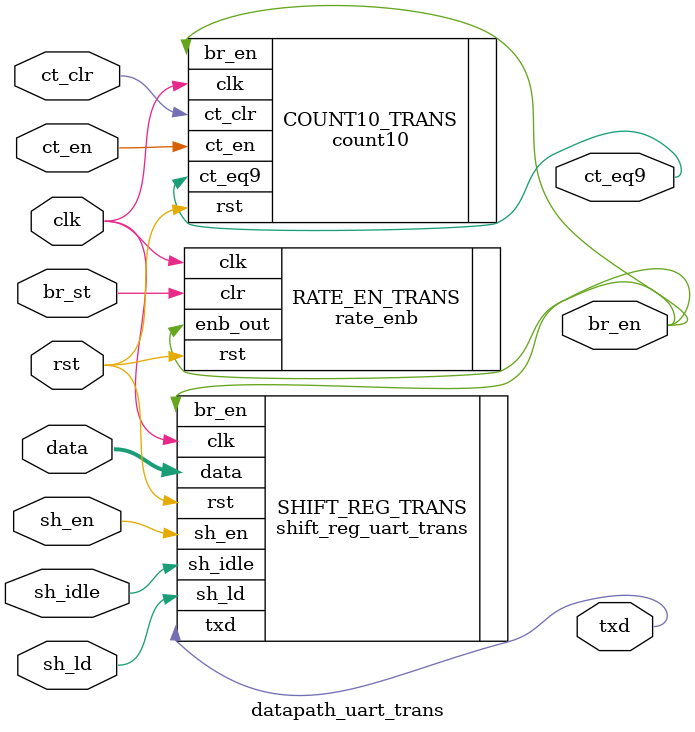
<source format=sv>
`timescale 1ns / 1ps


module datapath_uart_trans(
    input logic sh_ld, sh_idle, sh_en, br_st, ct_clr, clk, rst, ct_en,
    input logic [7:0] data,
    output logic ct_eq9,txd,br_en
    );
    parameter BAUD_RATE = 9600;

    // Instantiating Rate Enable With Baud Rate of 9600
    rate_enb #(.RATE_HZ(BAUD_RATE)) RATE_EN_TRANS(.clk(clk), .rst(rst), .clr(br_st), .enb_out(br_en));

    //Institating Shift Regsiter Used for Outputting TXP after every shift
    shift_reg_uart_trans SHIFT_REG_TRANS(.clk(clk), .sh_ld(sh_ld),.sh_idle(sh_idle), .sh_en(sh_en), .rst(rst), .br_en(br_en), .data(data), .txd(txd));

    // Instantiating counter module used for counting the number of shifts
    count10 COUNT10_TRANS(.ct_clr(ct_clr),.clk(clk), .rst(rst),.ct_en(ct_en), .br_en(br_en),.ct_eq9(ct_eq9));

endmodule
</source>
